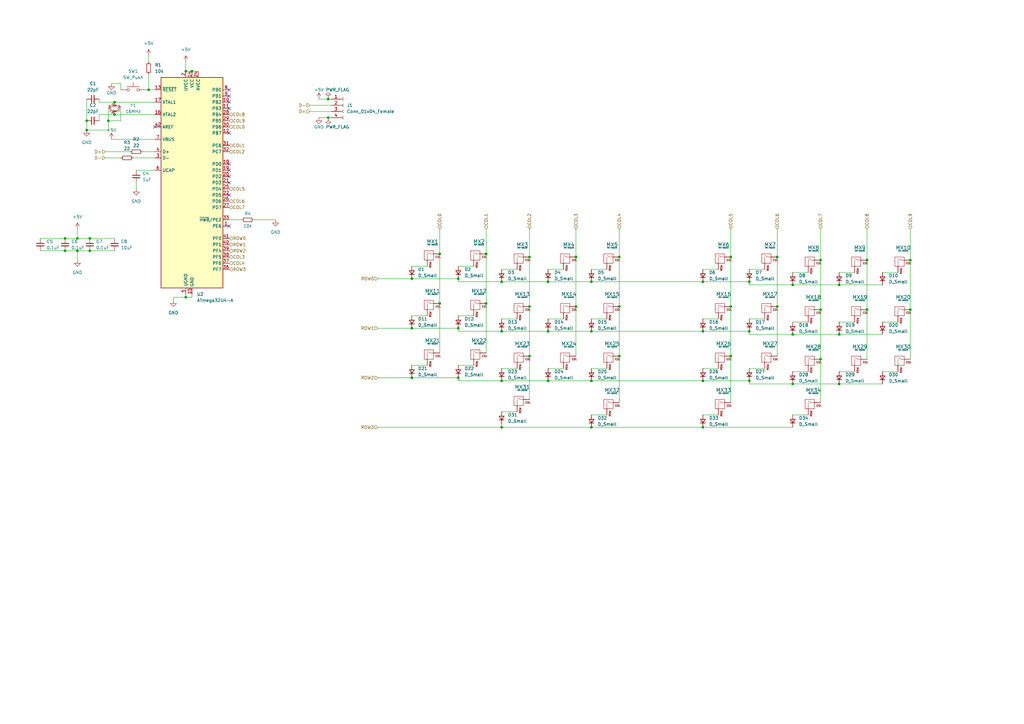
<source format=kicad_sch>
(kicad_sch (version 20211123) (generator eeschema)
  (paper "A3")
  (title_block (title "Pivot - Alpha Stagger") (company "MrKantz"))
  (lib_symbols
    (symbol "Connector:Conn_01x04_Female" (pin_names (offset 1.016) hide)
      (property "Reference" "J" (at 0 5.08 0))
      (property "Value" "Conn_01x04_Female" (at 0 -7.62 0))
      (symbol "Conn_01x04_Female_1_1"
        (arc (start 0 -4.572) (mid -0.508 -5.08) (end 0 -5.588) (stroke (width 0.1524)))
        (arc (start 0 -2.032) (mid -0.508 -2.54) (end 0 -3.048) (stroke (width 0.1524)))
        (polyline (pts (xy -1.27 -5.08) (xy -0.508 -5.08)) (stroke (width 0.1524)))
        (polyline (pts (xy -1.27 -2.54) (xy -0.508 -2.54)) (stroke (width 0.1524)))
        (polyline (pts (xy -1.27 0) (xy -0.508 0)) (stroke (width 0.1524)))
        (polyline (pts (xy -1.27 2.54) (xy -0.508 2.54)) (stroke (width 0.1524)))
        (arc (start 0 0.508) (mid -0.508 0) (end 0 -0.508) (stroke (width 0.1524)))
        (arc (start 0 3.048) (mid -0.508 2.54) (end 0 2.032) (stroke (width 0.1524)))
        (pin passive line (at -5.08 2.54 0) (length 3.81) (name "Pin_1") (number "1"))
        (pin passive line (at -5.08 0 0) (length 3.81) (name "Pin_2") (number "2"))
        (pin passive line (at -5.08 -2.54 0) (length 3.81) (name "Pin_3") (number "3"))
        (pin passive line (at -5.08 -5.08 0) (length 3.81) (name "Pin_4") (number "4"))
      )
    )
    (symbol "Device:C_Small" (pin_numbers hide) (pin_names (offset 0.254) hide)
      (property "Reference" "C" (at 0.254 1.778 0))
      (property "Value" "C_Small" (at 0.254 -2.032 0))
      (symbol "C_Small_0_1"
        (polyline (pts (xy -1.524 -0.508) (xy 1.524 -0.508)) (stroke (width 0.3302)))
        (polyline (pts (xy -1.524 0.508) (xy 1.524 0.508)) (stroke (width 0.3048)))
      )
      (symbol "C_Small_1_1"
        (pin passive line (at 0 2.54 270) (length 2.032) (name "~") (number "1"))
        (pin passive line (at 0 -2.54 90) (length 2.032) (name "~") (number "2"))
      )
    )
    (symbol "Device:Crystal_GND24_Small" (pin_names (offset 1.016) hide)
      (property "Reference" "Y" (at 1.27 4.445 0))
      (property "Value" "Crystal_GND24_Small" (at 1.27 2.54 0))
      (symbol "Crystal_GND24_Small_0_1"
        (rectangle (start -0.762 -1.524) (end 0.762 1.524))
        (polyline (pts (xy -1.27 -0.762) (xy -1.27 0.762)) (stroke (width 0.381)))
        (polyline (pts (xy 1.27 -0.762) (xy 1.27 0.762)) (stroke (width 0.381)))
        (polyline (pts (xy -1.27 -1.27) (xy -1.27 -1.905) (xy 1.27 -1.905) (xy 1.27 -1.27)))
        (polyline (pts (xy -1.27 1.27) (xy -1.27 1.905) (xy 1.27 1.905) (xy 1.27 1.27)))
      )
      (symbol "Crystal_GND24_Small_1_1"
        (pin passive line (at -2.54 0 0) (length 1.27) (name "1") (number "1"))
        (pin passive line (at 0 -2.54 90) (length 0.635) (name "2") (number "2"))
        (pin passive line (at 2.54 0 180) (length 1.27) (name "3") (number "3"))
        (pin passive line (at 0 2.54 270) (length 0.635) (name "4") (number "4"))
      )
    )
    (symbol "Device:D_Small" (pin_numbers hide) (pin_names (offset 0.254) hide)
      (property "Reference" "D" (at -1.27 2.032 0))
      (property "Value" "D_Small" (at -3.81 -2.032 0))
      (symbol "D_Small_0_1"
        (polyline (pts (xy -0.762 -1.016) (xy -0.762 1.016)) (stroke (width 0.254)))
        (polyline (pts (xy -0.762 0) (xy 0.762 0)))
        (polyline (pts (xy 0.762 -1.016) (xy -0.762 0) (xy 0.762 1.016) (xy 0.762 -1.016)) (stroke (width 0.254)))
      )
      (symbol "D_Small_1_1"
        (pin passive line (at -2.54 0 0) (length 1.778) (name "K") (number "1"))
        (pin passive line (at 2.54 0 180) (length 1.778) (name "A") (number "2"))
      )
    )
    (symbol "Device:R_Small" (pin_numbers hide) (pin_names (offset 0.254) hide)
      (property "Reference" "R" (at 0.762 0.508 0))
      (property "Value" "R_Small" (at 0.762 -1.016 0))
      (symbol "R_Small_0_1"
        (rectangle (start -0.762 1.778) (end 0.762 -1.778) (stroke (width 0.2032)))
      )
      (symbol "R_Small_1_1"
        (pin passive line (at 0 2.54 270) (length 0.762) (name "~") (number "1"))
        (pin passive line (at 0 -2.54 90) (length 0.762) (name "~") (number "2"))
      )
    )
    (symbol "MCU_Microchip_ATmega:ATmega32U4-A"
      (property "Reference" "U" (at -12.7 44.45 0))
      (property "Value" "ATmega32U4-A" (at 2.54 -44.45 0))
      (symbol "ATmega32U4-A_0_1"
        (rectangle (start -12.7 -43.18) (end 12.7 43.18) (stroke (width 0.254)) (fill (type background)))
      )
      (symbol "ATmega32U4-A_1_1"
        (pin bidirectional line (at 15.24 -17.78 180) (length 2.54) (name "PE6") (number "1"))
        (pin bidirectional line (at 15.24 33.02 180) (length 2.54) (name "PB2") (number "10"))
        (pin bidirectional line (at 15.24 30.48 180) (length 2.54) (name "PB3") (number "11"))
        (pin bidirectional line (at 15.24 20.32 180) (length 2.54) (name "PB7") (number "12"))
        (pin input line (at -15.24 38.1 0) (length 2.54) (name "~{RESET}") (number "13"))
        (pin power_in line (at 0 45.72 270) (length 2.54) (name "VCC") (number "14"))
        (pin power_in line (at 0 -45.72 90) (length 2.54) (name "GND") (number "15"))
        (pin output line (at -15.24 27.94 0) (length 2.54) (name "XTAL2") (number "16"))
        (pin input line (at -15.24 33.02 0) (length 2.54) (name "XTAL1") (number "17"))
        (pin bidirectional line (at 15.24 7.62 180) (length 2.54) (name "PD0") (number "18"))
        (pin bidirectional line (at 15.24 5.08 180) (length 2.54) (name "PD1") (number "19"))
        (pin power_in line (at -2.54 45.72 270) (length 2.54) (name "UVCC") (number "2"))
        (pin bidirectional line (at 15.24 2.54 180) (length 2.54) (name "PD2") (number "20"))
        (pin bidirectional line (at 15.24 0 180) (length 2.54) (name "PD3") (number "21"))
        (pin bidirectional line (at 15.24 -5.08 180) (length 2.54) (name "PD5") (number "22"))
        (pin passive line (at 0 -45.72 90) (length 2.54) hide (name "GND") (number "23"))
        (pin power_in line (at 2.54 45.72 270) (length 2.54) (name "AVCC") (number "24"))
        (pin bidirectional line (at 15.24 -2.54 180) (length 2.54) (name "PD4") (number "25"))
        (pin bidirectional line (at 15.24 -7.62 180) (length 2.54) (name "PD6") (number "26"))
        (pin bidirectional line (at 15.24 -10.16 180) (length 2.54) (name "PD7") (number "27"))
        (pin bidirectional line (at 15.24 27.94 180) (length 2.54) (name "PB4") (number "28"))
        (pin bidirectional line (at 15.24 25.4 180) (length 2.54) (name "PB5") (number "29"))
        (pin bidirectional line (at -15.24 10.16 0) (length 2.54) (name "D-") (number "3"))
        (pin bidirectional line (at 15.24 22.86 180) (length 2.54) (name "PB6") (number "30"))
        (pin bidirectional line (at 15.24 15.24 180) (length 2.54) (name "PC6") (number "31"))
        (pin bidirectional line (at 15.24 12.7 180) (length 2.54) (name "PC7") (number "32"))
        (pin bidirectional line (at 15.24 -15.24 180) (length 2.54) (name "~{HWB}/PE2") (number "33"))
        (pin passive line (at 0 45.72 270) (length 2.54) hide (name "VCC") (number "34"))
        (pin passive line (at 0 -45.72 90) (length 2.54) hide (name "GND") (number "35"))
        (pin bidirectional line (at 15.24 -35.56 180) (length 2.54) (name "PF7") (number "36"))
        (pin bidirectional line (at 15.24 -33.02 180) (length 2.54) (name "PF6") (number "37"))
        (pin bidirectional line (at 15.24 -30.48 180) (length 2.54) (name "PF5") (number "38"))
        (pin bidirectional line (at 15.24 -27.94 180) (length 2.54) (name "PF4") (number "39"))
        (pin bidirectional line (at -15.24 12.7 0) (length 2.54) (name "D+") (number "4"))
        (pin bidirectional line (at 15.24 -25.4 180) (length 2.54) (name "PF1") (number "40"))
        (pin bidirectional line (at 15.24 -22.86 180) (length 2.54) (name "PF0") (number "41"))
        (pin passive line (at -15.24 22.86 0) (length 2.54) (name "AREF") (number "42"))
        (pin passive line (at 0 -45.72 90) (length 2.54) hide (name "GND") (number "43"))
        (pin passive line (at 2.54 45.72 270) (length 2.54) hide (name "AVCC") (number "44"))
        (pin passive line (at -2.54 -45.72 90) (length 2.54) (name "UGND") (number "5"))
        (pin passive line (at -15.24 5.08 0) (length 2.54) (name "UCAP") (number "6"))
        (pin input line (at -15.24 17.78 0) (length 2.54) (name "VBUS") (number "7"))
        (pin bidirectional line (at 15.24 38.1 180) (length 2.54) (name "PB0") (number "8"))
        (pin bidirectional line (at 15.24 35.56 180) (length 2.54) (name "PB1") (number "9"))
      )
    )
    (symbol "MX_Alps_Hybrid:MX-NoLED" (pin_names (offset 1.016))
      (property "Reference" "MX" (at -0.635 3.81 0))
      (property "Value" "MX-NoLED" (at -0.635 1.27 0))
      (symbol "MX-NoLED_0_0"
        (rectangle (start -2.54 2.54) (end 1.27 -1.27))
        (polyline (pts (xy -1.27 -1.27) (xy -1.27 1.27)) (stroke (width 0.127)))
        (polyline (pts (xy 1.27 1.27) (xy 0 1.27) (xy -1.27 1.905)) (stroke (width 0.127)))
        (text "COL" (at 3.175 0 0) (effects (font (size 0.762 0.762))))
        (text "ROW" (at 0 -1.905 900) (effects (font (size 0.762 0.762)) (justify right)))
      )
      (symbol "MX-NoLED_1_1"
        (pin passive line (at 3.81 1.27 180) (length 2.54) (name "COL") (number "1"))
        (pin passive line (at -1.27 -3.81 90) (length 2.54) (name "ROW") (number "2"))
      )
    )
    (symbol "Switch:SW_Push" (pin_numbers hide) (pin_names (offset 1.016) hide)
      (property "Reference" "SW" (at 1.27 2.54 0))
      (property "Value" "SW_Push" (at 0 -1.524 0))
      (symbol "SW_Push_0_1"
        (circle (center -2.032 0) (radius 0.508))
        (polyline (pts (xy 0 1.27) (xy 0 3.048)))
        (polyline (pts (xy 2.54 1.27) (xy -2.54 1.27)))
        (circle (center 2.032 0) (radius 0.508))
        (pin passive line (at -5.08 0 0) (length 2.54) (name "1") (number "1"))
        (pin passive line (at 5.08 0 180) (length 2.54) (name "2") (number "2"))
      )
    )
    (symbol "power:+5V" (power) (pin_names (offset 0))
      (property "Value" "+5V" (at 0 3.556 0))
      (symbol "+5V_0_1"
        (polyline (pts (xy -0.762 1.27) (xy 0 2.54)))
        (polyline (pts (xy 0 0) (xy 0 2.54)))
        (polyline (pts (xy 0 2.54) (xy 0.762 1.27)))
      )
      (symbol "+5V_1_1"
        (pin power_in line (at 0 0 90) (length 0) hide (name "+5V") (number "1"))
      )
    )
    (symbol "power:GND" (power) (pin_names (offset 0))
      (property "Value" "GND" (at 0 -3.81 0))
      (symbol "GND_0_1"
        (polyline (pts (xy 0 0) (xy 0 -1.27) (xy 1.27 -1.27) (xy 0 -2.54) (xy -1.27 -1.27) (xy 0 -1.27)))
      )
      (symbol "GND_1_1"
        (pin power_in line (at 0 0 270) (length 0) hide (name "GND") (number "1"))
      )
    )
    (symbol "power:PWR_FLAG" (power) (pin_numbers hide) (pin_names (offset 0) hide)
      (property "Value" "PWR_FLAG" (at 0 3.81 0))
      (symbol "PWR_FLAG_0_0"
        (pin power_out line (at 0 0 90) (length 0) (name "pwr") (number "1"))
      )
      (symbol "PWR_FLAG_0_1"
        (polyline (pts (xy 0 0) (xy 0 1.27) (xy -1.016 1.905) (xy 0 2.54) (xy 1.016 1.905) (xy 0 1.27)))
      )
    )
  )
  (junction (at 299.72 105.41))
  (junction (at 168.91 134.62))
  (junction (at 242.57 175.26))
  (junction (at 46.99 46.99))
  (junction (at 199.39 124.46))
  (junction (at 217.17 105.41))
  (junction (at 36.83 97.79))
  (junction (at 199.39 104.14))
  (junction (at 168.91 114.3))
  (junction (at 307.34 135.89))
  (junction (at 217.17 146.05))
  (junction (at 307.34 156.21))
  (junction (at 288.29 175.26))
  (junction (at 336.55 127))
  (junction (at 299.72 125.73))
  (junction (at 336.55 106.68))
  (junction (at 76.2 29.21))
  (junction (at 254 146.05))
  (junction (at 318.77 125.73))
  (junction (at 187.96 134.62))
  (junction (at 344.17 116.84))
  (junction (at 76.2 121.92))
  (junction (at 254 125.73))
  (junction (at 344.17 157.48))
  (junction (at 355.6 106.68))
  (junction (at 242.57 115.57))
  (junction (at 288.29 156.21))
  (junction (at 307.34 115.57))
  (junction (at 205.74 115.57))
  (junction (at 224.79 115.57))
  (junction (at 217.17 125.73))
  (junction (at 205.74 135.89))
  (junction (at 44.45 49.53))
  (junction (at 373.38 106.68))
  (junction (at 355.6 127))
  (junction (at 26.67 97.79))
  (junction (at 35.56 53.34))
  (junction (at 134.62 40.64))
  (junction (at 344.17 137.16))
  (junction (at 299.72 146.05))
  (junction (at 325.12 137.16))
  (junction (at 242.57 156.21))
  (junction (at 31.75 102.87))
  (junction (at 325.12 157.48))
  (junction (at 288.29 115.57))
  (junction (at 205.74 175.26))
  (junction (at 180.34 124.46))
  (junction (at 318.77 105.41))
  (junction (at 325.12 116.84))
  (junction (at 134.62 48.26))
  (junction (at 288.29 135.89))
  (junction (at 187.96 154.94))
  (junction (at 336.55 147.32))
  (junction (at 242.57 135.89))
  (junction (at 46.99 41.91))
  (junction (at 205.74 156.21))
  (junction (at 31.75 97.79))
  (junction (at 60.96 36.83))
  (junction (at 35.56 49.53))
  (junction (at 187.96 114.3))
  (junction (at 236.22 105.41))
  (junction (at 254 105.41))
  (junction (at 224.79 135.89))
  (junction (at 180.34 104.14))
  (junction (at 236.22 125.73))
  (junction (at 26.67 102.87))
  (junction (at 373.38 127))
  (junction (at 168.91 154.94))
  (junction (at 78.74 29.21))
  (junction (at 224.79 156.21))
  (junction (at 36.83 102.87))
  (no_connect (at 63.5 52.07))
  (no_connect (at 93.98 36.83))
  (no_connect (at 93.98 39.37))
  (no_connect (at 93.98 41.91))
  (no_connect (at 93.98 92.71))
  (no_connect (at 93.98 44.45))
  (no_connect (at 93.98 54.61))
  (no_connect (at 93.98 67.31))
  (no_connect (at 93.98 69.85))
  (no_connect (at 93.98 72.39))
  (no_connect (at 93.98 74.93))
  (no_connect (at 93.98 80.01))
  (wire (pts (xy 60.96 30.48) (xy 60.96 36.83)))
  (wire (pts (xy 71.12 121.92) (xy 76.2 121.92)))
  (wire (pts (xy 224.79 156.21) (xy 242.57 156.21)))
  (wire (pts (xy 205.74 135.89) (xy 224.79 135.89)))
  (wire (pts (xy 54.61 64.77) (xy 63.5 64.77)))
  (wire (pts (xy 45.72 57.15) (xy 63.5 57.15)))
  (wire (pts (xy 299.72 93.98) (xy 299.72 105.41)))
  (wire (pts (xy 288.29 170.18) (xy 294.64 170.18)))
  (wire (pts (xy 254 146.05) (xy 254 165.1)))
  (wire (pts (xy 134.62 40.64) (xy 135.89 40.64)))
  (wire (pts (xy 236.22 125.73) (xy 236.22 146.05)))
  (wire (pts (xy 43.18 64.77) (xy 49.53 64.77)))
  (wire (pts (xy 35.56 40.64) (xy 35.56 49.53)))
  (wire (pts (xy 49.53 49.53) (xy 44.45 49.53)))
  (wire (pts (xy 76.2 121.92) (xy 78.74 121.92)))
  (wire (pts (xy 16.51 102.87) (xy 26.67 102.87)))
  (wire (pts (xy 46.99 46.99) (xy 63.5 46.99)))
  (wire (pts (xy 31.75 102.87) (xy 31.75 106.68)))
  (wire (pts (xy 205.74 115.57) (xy 187.96 115.57)))
  (wire (pts (xy 154.94 175.26) (xy 205.74 175.26)))
  (wire (pts (xy 307.34 137.16) (xy 307.34 135.89)))
  (wire (pts (xy 59.69 36.83) (xy 60.96 36.83)))
  (wire (pts (xy 325.12 137.16) (xy 307.34 137.16)))
  (wire (pts (xy 254 105.41) (xy 254 125.73)))
  (wire (pts (xy 180.34 124.46) (xy 180.34 144.78)))
  (wire (pts (xy 168.91 149.86) (xy 175.26 149.86)))
  (wire (pts (xy 26.67 102.87) (xy 31.75 102.87)))
  (wire (pts (xy 205.74 135.89) (xy 187.96 135.89)))
  (wire (pts (xy 217.17 105.41) (xy 217.17 125.73)))
  (wire (pts (xy 299.72 105.41) (xy 299.72 125.73)))
  (wire (pts (xy 224.79 130.81) (xy 231.14 130.81)))
  (wire (pts (xy 325.12 152.4) (xy 331.47 152.4)))
  (wire (pts (xy 299.72 125.73) (xy 299.72 146.05)))
  (wire (pts (xy 49.53 34.29) (xy 45.72 34.29)))
  (wire (pts (xy 242.57 130.81) (xy 248.92 130.81)))
  (wire (pts (xy 205.74 168.91) (xy 212.09 168.91)))
  (wire (pts (xy 180.34 93.98) (xy 180.34 104.14)))
  (wire (pts (xy 76.2 120.65) (xy 76.2 121.92)))
  (wire (pts (xy 199.39 124.46) (xy 199.39 144.78)))
  (wire (pts (xy 361.95 152.4) (xy 368.3 152.4)))
  (wire (pts (xy 288.29 115.57) (xy 307.34 115.57)))
  (wire (pts (xy 60.96 22.86) (xy 60.96 25.4)))
  (wire (pts (xy 168.91 114.3) (xy 187.96 114.3)))
  (wire (pts (xy 16.51 97.79) (xy 26.67 97.79)))
  (wire (pts (xy 242.57 151.13) (xy 248.92 151.13)))
  (wire (pts (xy 224.79 135.89) (xy 242.57 135.89)))
  (wire (pts (xy 355.6 93.98) (xy 355.6 106.68)))
  (wire (pts (xy 46.99 41.91) (xy 63.5 41.91)))
  (wire (pts (xy 130.81 48.26) (xy 134.62 48.26)))
  (wire (pts (xy 205.74 151.13) (xy 212.09 151.13)))
  (wire (pts (xy 49.53 44.45) (xy 49.53 49.53)))
  (wire (pts (xy 199.39 93.98) (xy 199.39 104.14)))
  (wire (pts (xy 361.95 111.76) (xy 368.3 111.76)))
  (wire (pts (xy 168.91 154.94) (xy 187.96 154.94)))
  (wire (pts (xy 336.55 93.98) (xy 336.55 106.68)))
  (wire (pts (xy 318.77 105.41) (xy 318.77 125.73)))
  (wire (pts (xy 180.34 104.14) (xy 180.34 124.46)))
  (wire (pts (xy 373.38 93.98) (xy 373.38 106.68)))
  (wire (pts (xy 44.45 44.45) (xy 44.45 49.53)))
  (wire (pts (xy 299.72 146.05) (xy 299.72 165.1)))
  (wire (pts (xy 187.96 109.22) (xy 194.31 109.22)))
  (wire (pts (xy 373.38 106.68) (xy 373.38 127)))
  (wire (pts (xy 43.18 62.23) (xy 53.34 62.23)))
  (wire (pts (xy 168.91 129.54) (xy 175.26 129.54)))
  (wire (pts (xy 224.79 151.13) (xy 231.14 151.13)))
  (wire (pts (xy 58.42 62.23) (xy 63.5 62.23)))
  (wire (pts (xy 325.12 116.84) (xy 307.34 116.84)))
  (wire (pts (xy 307.34 151.13) (xy 313.69 151.13)))
  (wire (pts (xy 205.74 115.57) (xy 224.79 115.57)))
  (wire (pts (xy 325.12 157.48) (xy 344.17 157.48)))
  (wire (pts (xy 307.34 130.81) (xy 313.69 130.81)))
  (wire (pts (xy 224.79 110.49) (xy 231.14 110.49)))
  (wire (pts (xy 154.94 114.3) (xy 168.91 114.3)))
  (wire (pts (xy 318.77 93.98) (xy 318.77 105.41)))
  (wire (pts (xy 130.81 40.64) (xy 134.62 40.64)))
  (wire (pts (xy 199.39 104.14) (xy 199.39 124.46)))
  (wire (pts (xy 325.12 157.48) (xy 307.34 157.48)))
  (wire (pts (xy 49.53 36.83) (xy 49.53 34.29)))
  (wire (pts (xy 288.29 130.81) (xy 294.64 130.81)))
  (wire (pts (xy 55.88 74.93) (xy 55.88 77.47)))
  (wire (pts (xy 307.34 116.84) (xy 307.34 115.57)))
  (wire (pts (xy 307.34 157.48) (xy 307.34 156.21)))
  (wire (pts (xy 76.2 25.4) (xy 76.2 29.21)))
  (wire (pts (xy 187.96 156.21) (xy 187.96 154.94)))
  (wire (pts (xy 254 125.73) (xy 254 146.05)))
  (wire (pts (xy 217.17 93.98) (xy 217.17 105.41)))
  (wire (pts (xy 168.91 134.62) (xy 187.96 134.62)))
  (wire (pts (xy 36.83 102.87) (xy 46.99 102.87)))
  (wire (pts (xy 44.45 49.53) (xy 44.45 53.34)))
  (wire (pts (xy 236.22 105.41) (xy 236.22 125.73)))
  (wire (pts (xy 205.74 175.26) (xy 242.57 175.26)))
  (wire (pts (xy 44.45 53.34) (xy 35.56 53.34)))
  (wire (pts (xy 288.29 110.49) (xy 294.64 110.49)))
  (wire (pts (xy 187.96 135.89) (xy 187.96 134.62)))
  (wire (pts (xy 78.74 29.21) (xy 81.28 29.21)))
  (wire (pts (xy 46.99 41.91) (xy 40.64 41.91)))
  (wire (pts (xy 205.74 110.49) (xy 212.09 110.49)))
  (wire (pts (xy 187.96 149.86) (xy 194.31 149.86)))
  (wire (pts (xy 344.17 157.48) (xy 361.95 157.48)))
  (wire (pts (xy 242.57 170.18) (xy 248.92 170.18)))
  (wire (pts (xy 355.6 127) (xy 355.6 147.32)))
  (wire (pts (xy 31.75 102.87) (xy 36.83 102.87)))
  (wire (pts (xy 344.17 137.16) (xy 361.95 137.16)))
  (wire (pts (xy 36.83 97.79) (xy 46.99 97.79)))
  (wire (pts (xy 60.96 36.83) (xy 63.5 36.83)))
  (wire (pts (xy 325.12 170.18) (xy 331.47 170.18)))
  (wire (pts (xy 344.17 152.4) (xy 350.52 152.4)))
  (wire (pts (xy 40.64 41.91) (xy 40.64 40.64)))
  (wire (pts (xy 46.99 46.99) (xy 40.64 46.99)))
  (wire (pts (xy 242.57 175.26) (xy 288.29 175.26)))
  (wire (pts (xy 205.74 173.99) (xy 205.74 175.26)))
  (wire (pts (xy 325.12 111.76) (xy 331.47 111.76)))
  (wire (pts (xy 31.75 93.98) (xy 31.75 97.79)))
  (wire (pts (xy 288.29 135.89) (xy 307.34 135.89)))
  (wire (pts (xy 336.55 106.68) (xy 336.55 127)))
  (wire (pts (xy 254 93.98) (xy 254 105.41)))
  (wire (pts (xy 361.95 132.08) (xy 368.3 132.08)))
  (wire (pts (xy 78.74 120.65) (xy 78.74 121.92)))
  (wire (pts (xy 217.17 125.73) (xy 217.17 146.05)))
  (wire (pts (xy 373.38 127) (xy 373.38 147.32)))
  (wire (pts (xy 242.57 156.21) (xy 288.29 156.21)))
  (wire (pts (xy 205.74 156.21) (xy 224.79 156.21)))
  (wire (pts (xy 168.91 109.22) (xy 175.26 109.22)))
  (wire (pts (xy 236.22 93.98) (xy 236.22 105.41)))
  (wire (pts (xy 205.74 156.21) (xy 187.96 156.21)))
  (wire (pts (xy 187.96 129.54) (xy 194.31 129.54)))
  (wire (pts (xy 224.79 115.57) (xy 242.57 115.57)))
  (wire (pts (xy 134.62 48.26) (xy 135.89 48.26)))
  (wire (pts (xy 26.67 97.79) (xy 31.75 97.79)))
  (wire (pts (xy 344.17 116.84) (xy 361.95 116.84)))
  (wire (pts (xy 336.55 147.32) (xy 336.55 165.1)))
  (wire (pts (xy 242.57 110.49) (xy 248.92 110.49)))
  (wire (pts (xy 127 45.72) (xy 135.89 45.72)))
  (wire (pts (xy 217.17 146.05) (xy 217.17 163.83)))
  (wire (pts (xy 288.29 151.13) (xy 294.64 151.13)))
  (wire (pts (xy 288.29 156.21) (xy 307.34 156.21)))
  (wire (pts (xy 71.12 123.19) (xy 71.12 121.92)))
  (wire (pts (xy 288.29 175.26) (xy 325.12 175.26)))
  (wire (pts (xy 40.64 46.99) (xy 40.64 49.53)))
  (wire (pts (xy 325.12 137.16) (xy 344.17 137.16)))
  (wire (pts (xy 344.17 111.76) (xy 350.52 111.76)))
  (wire (pts (xy 55.88 69.85) (xy 63.5 69.85)))
  (wire (pts (xy 325.12 132.08) (xy 331.47 132.08)))
  (wire (pts (xy 76.2 29.21) (xy 78.74 29.21)))
  (wire (pts (xy 127 43.18) (xy 135.89 43.18)))
  (wire (pts (xy 325.12 116.84) (xy 344.17 116.84)))
  (wire (pts (xy 242.57 135.89) (xy 288.29 135.89)))
  (wire (pts (xy 205.74 130.81) (xy 212.09 130.81)))
  (wire (pts (xy 187.96 115.57) (xy 187.96 114.3)))
  (wire (pts (xy 344.17 132.08) (xy 350.52 132.08)))
  (wire (pts (xy 355.6 106.68) (xy 355.6 127)))
  (wire (pts (xy 307.34 110.49) (xy 313.69 110.49)))
  (wire (pts (xy 318.77 125.73) (xy 318.77 146.05)))
  (wire (pts (xy 336.55 127) (xy 336.55 147.32)))
  (wire (pts (xy 154.94 154.94) (xy 168.91 154.94)))
  (wire (pts (xy 93.98 90.17) (xy 99.06 90.17)))
  (wire (pts (xy 154.94 134.62) (xy 168.91 134.62)))
  (wire (pts (xy 31.75 97.79) (xy 36.83 97.79)))
  (wire (pts (xy 104.14 90.17) (xy 113.03 90.17)))
  (wire (pts (xy 242.57 115.57) (xy 288.29 115.57)))
  (wire (pts (xy 35.56 49.53) (xy 35.56 53.34)))
  (hierarchical_label "COL4" (shape input) (at 93.98 107.95 0))
  (hierarchical_label "ROW0" (shape input) (at 154.94 114.3 180))
  (hierarchical_label "COL0" (shape input) (at 93.98 52.07 0))
  (hierarchical_label "ROW2" (shape input) (at 93.98 102.87 0))
  (hierarchical_label "D+" (shape input) (at 127 45.72 180))
  (hierarchical_label "COL2" (shape input) (at 217.17 93.98 90))
  (hierarchical_label "COL9" (shape input) (at 93.98 49.53 0))
  (hierarchical_label "COL6" (shape input) (at 93.98 82.55 0))
  (hierarchical_label "D-" (shape input) (at 127 43.18 180))
  (hierarchical_label "COL1" (shape input) (at 199.39 93.98 90))
  (hierarchical_label "COL4" (shape input) (at 254 93.98 90))
  (hierarchical_label "D+" (shape input) (at 43.18 62.23 180))
  (hierarchical_label "ROW3" (shape input) (at 93.98 110.49 0))
  (hierarchical_label "ROW1" (shape input) (at 93.98 100.33 0))
  (hierarchical_label "ROW0" (shape input) (at 93.98 97.79 0))
  (hierarchical_label "COL5" (shape input) (at 299.72 93.98 90))
  (hierarchical_label "COL6" (shape input) (at 318.77 93.98 90))
  (hierarchical_label "COL3" (shape input) (at 236.22 93.98 90))
  (hierarchical_label "ROW2" (shape input) (at 154.94 154.94 180))
  (hierarchical_label "COL7" (shape input) (at 336.55 93.98 90))
  (hierarchical_label "ROW1" (shape input) (at 154.94 134.62 180))
  (hierarchical_label "D-" (shape input) (at 43.18 64.77 180))
  (hierarchical_label "ROW3" (shape input) (at 154.94 175.26 180))
  (hierarchical_label "COL5" (shape input) (at 93.98 77.47 0))
  (hierarchical_label "COL8" (shape input) (at 93.98 46.99 0))
  (hierarchical_label "COL9" (shape input) (at 373.38 93.98 90))
  (hierarchical_label "COL0" (shape input) (at 180.34 93.98 90))
  (hierarchical_label "COL3" (shape input) (at 93.98 105.41 0))
  (hierarchical_label "COL1" (shape input) (at 93.98 59.69 0))
  (hierarchical_label "COL8" (shape input) (at 355.6 93.98 90))
  (hierarchical_label "COL7" (shape input) (at 93.98 85.09 0))
  (hierarchical_label "COL2" (shape input) (at 93.98 62.23 0))
  (symbol (lib_id "MX_Alps_Hybrid:MX-NoLED") (at 176.53 125.73 0) (unit 1)
    (property "Reference" "MX11" (at 177.4156 119.38 0) (effects (font (size 1.524 1.524))))
    (property "Value" "MX-NoLED" (at 177.4156 120.65 0) (effects (font (size 0.508 0.508))))
    (property "Footprint" "MX_Only:MXOnly-1U-NoLED" (effects hide))
  )
  (symbol (lib_id "MX_Alps_Hybrid:MX-NoLED") (at 213.36 127 0) (unit 1)
    (property "Reference" "MX13" (at 214.2456 120.65 0) (effects (font (size 1.524 1.524))))
    (property "Value" "MX-NoLED" (at 214.2456 121.92 0) (effects (font (size 0.508 0.508))))
    (property "Footprint" "MX_Only:MXOnly-1U-NoLED" (effects hide))
  )
  (symbol (lib_id "Device:D_Small") (at 325.12 134.62 90) (unit 1)
    (property "Reference" "D18" (at 327.66 133.3499 90) (effects (justify right)))
    (property "Value" "D_Small" (at 327.66 135.8899 90) (effects (justify right)))
    (property "Footprint" "Diode_SMD:D_SOD-123" (effects hide))
  )
  (symbol (lib_id "MX_Alps_Hybrid:MX-NoLED") (at 195.58 105.41 0) (unit 1)
    (property "Reference" "MX2" (at 196.4656 99.06 0) (effects (font (size 1.524 1.524))))
    (property "Value" "MX-NoLED" (at 196.4656 100.33 0) (effects (font (size 0.508 0.508))))
    (property "Footprint" "MX_Only:MXOnly-1U-NoLED" (effects hide))
  )
  (symbol (lib_id "Device:D_Small") (at 224.79 133.35 90) (unit 1)
    (property "Reference" "D14" (at 227.33 132.0799 90) (effects (justify right)))
    (property "Value" "D_Small" (at 227.33 134.6199 90) (effects (justify right)))
    (property "Footprint" "Diode_SMD:D_SOD-123" (effects hide))
  )
  (symbol (lib_id "MX_Alps_Hybrid:MX-NoLED") (at 295.91 106.68 0) (unit 1)
    (property "Reference" "MX6" (at 296.7956 100.33 0) (effects (font (size 1.524 1.524))))
    (property "Value" "MX-NoLED" (at 296.7956 101.6 0) (effects (font (size 0.508 0.508))))
    (property "Footprint" "MX_Only:MXOnly-1U-NoLED" (effects hide))
  )
  (symbol (lib_id "MX_Alps_Hybrid:MX-NoLED") (at 295.91 147.32 0) (unit 1)
    (property "Reference" "MX26" (at 296.7956 140.97 0) (effects (font (size 1.524 1.524))))
    (property "Value" "MX-NoLED" (at 296.7956 142.24 0) (effects (font (size 0.508 0.508))))
    (property "Footprint" "MX_Only:MXOnly-1U-NoLED" (effects hide))
  )
  (symbol (lib_id "MX_Alps_Hybrid:MX-NoLED") (at 351.79 148.59 0) (unit 1)
    (property "Reference" "MX29" (at 352.6756 142.24 0) (effects (font (size 1.524 1.524))))
    (property "Value" "MX-NoLED" (at 352.6756 143.51 0) (effects (font (size 0.508 0.508))))
    (property "Footprint" "MX_Only:MXOnly-1U-NoLED" (effects hide))
  )
  (symbol (lib_id "MX_Alps_Hybrid:MX-NoLED") (at 369.57 128.27 0) (unit 1)
    (property "Reference" "MX20" (at 370.4556 121.92 0) (effects (font (size 1.524 1.524))))
    (property "Value" "MX-NoLED" (at 370.4556 123.19 0) (effects (font (size 0.508 0.508))))
    (property "Footprint" "MX_Only:MXOnly-1U-NoLED" (effects hide))
  )
  (symbol (lib_id "power:PWR_FLAG") (at 134.62 48.26 180) (unit 1)
    (property "Reference" "#FLG0102" (effects hide))
    (property "Value" "PWR_FLAG" (at 138.43 52.07 0))
  )
  (symbol (lib_id "Device:D_Small") (at 187.96 152.4 90) (unit 1)
    (property "Reference" "D22" (at 190.5 151.1299 90) (effects (justify right)))
    (property "Value" "D_Small" (at 190.5 153.6699 90) (effects (justify right)))
    (property "Footprint" "Diode_SMD:D_SOD-123" (effects hide))
  )
  (symbol (lib_id "Device:D_Small") (at 168.91 152.4 90) (unit 1)
    (property "Reference" "D21" (at 171.45 151.1299 90) (effects (justify right)))
    (property "Value" "D_Small" (at 171.45 153.6699 90) (effects (justify right)))
    (property "Footprint" "Diode_SMD:D_SOD-123" (effects hide))
  )
  (symbol (lib_id "MX_Alps_Hybrid:MX-NoLED") (at 332.74 166.37 0) (unit 1)
    (property "Reference" "MX34" (at 333.6256 160.02 0) (effects (font (size 1.524 1.524))))
    (property "Value" "MX-NoLED" (at 333.6256 161.29 0) (effects (font (size 0.508 0.508))))
    (property "Footprint" "MX_Only:MXOnly-1U-NoLED" (effects hide))
  )
  (symbol (lib_id "power:+5V") (at 31.75 93.98 0) (unit 1)
    (property "Reference" "#PWR0106" (effects hide))
    (property "Value" "+5V" (at 31.75 88.9 0))
  )
  (symbol (lib_id "Device:D_Small") (at 242.57 153.67 90) (unit 1)
    (property "Reference" "D25" (at 245.11 152.3999 90) (effects (justify right)))
    (property "Value" "D_Small" (at 245.11 154.9399 90) (effects (justify right)))
    (property "Footprint" "Diode_SMD:D_SOD-123" (effects hide))
  )
  (symbol (lib_id "Device:C_Small") (at 55.88 72.39 0) (unit 1)
    (property "Reference" "C4" (at 58.42 71.1262 0) (effects (justify left)))
    (property "Value" "1uF" (at 58.42 73.6662 0) (effects (justify left)))
    (property "Footprint" "Capacitor_SMD:C_0805_2012Metric" (effects hide))
  )
  (symbol (lib_id "Device:D_Small") (at 288.29 113.03 90) (unit 1)
    (property "Reference" "D6" (at 290.83 111.7599 90) (effects (justify right)))
    (property "Value" "D_Small" (at 290.83 114.2999 90) (effects (justify right)))
    (property "Footprint" "Diode_SMD:D_SOD-123" (effects hide))
  )
  (symbol (lib_id "MX_Alps_Hybrid:MX-NoLED") (at 250.19 147.32 0) (unit 1)
    (property "Reference" "MX25" (at 251.0756 140.97 0) (effects (font (size 1.524 1.524))))
    (property "Value" "MX-NoLED" (at 251.0756 142.24 0) (effects (font (size 0.508 0.508))))
    (property "Footprint" "MX_Only:MXOnly-1U-NoLED" (effects hide))
  )
  (symbol (lib_id "Device:D_Small") (at 224.79 113.03 90) (unit 1)
    (property "Reference" "D4" (at 227.33 111.7599 90) (effects (justify right)))
    (property "Value" "D_Small" (at 227.33 114.2999 90) (effects (justify right)))
    (property "Footprint" "Diode_SMD:D_SOD-123" (effects hide))
  )
  (symbol (lib_id "MX_Alps_Hybrid:MX-NoLED") (at 176.53 146.05 0) (unit 1)
    (property "Reference" "MX21" (at 177.4156 139.7 0) (effects (font (size 1.524 1.524))))
    (property "Value" "MX-NoLED" (at 177.4156 140.97 0) (effects (font (size 0.508 0.508))))
    (property "Footprint" "MX_Only:MXOnly-1U-NoLED" (effects hide))
  )
  (symbol (lib_id "Device:D_Small") (at 361.95 114.3 90) (unit 1)
    (property "Reference" "D10" (at 364.49 113.0299 90) (effects (justify right)))
    (property "Value" "D_Small" (at 364.49 115.5699 90) (effects (justify right)))
    (property "Footprint" "Diode_SMD:D_SOD-123" (effects hide))
  )
  (symbol (lib_id "MX_Alps_Hybrid:MX-NoLED") (at 232.41 127 0) (unit 1)
    (property "Reference" "MX14" (at 233.2956 120.65 0) (effects (font (size 1.524 1.524))))
    (property "Value" "MX-NoLED" (at 233.2956 121.92 0) (effects (font (size 0.508 0.508))))
    (property "Footprint" "MX_Only:MXOnly-1U-NoLED" (effects hide))
  )
  (symbol (lib_id "MX_Alps_Hybrid:MX-NoLED") (at 213.36 165.1 0) (unit 1)
    (property "Reference" "MX31" (at 214.2456 158.75 0) (effects (font (size 1.524 1.524))))
    (property "Value" "MX-NoLED" (at 214.2456 160.02 0) (effects (font (size 0.508 0.508))))
    (property "Footprint" "MX_Only:MXOnly-1U-NoLED" (effects hide))
  )
  (symbol (lib_id "Device:D_Small") (at 224.79 153.67 90) (unit 1)
    (property "Reference" "D24" (at 227.33 152.3999 90) (effects (justify right)))
    (property "Value" "D_Small" (at 227.33 154.9399 90) (effects (justify right)))
    (property "Footprint" "Diode_SMD:D_SOD-123" (effects hide))
  )
  (symbol (lib_id "Device:D_Small") (at 242.57 172.72 90) (unit 1)
    (property "Reference" "D32" (at 245.11 171.4499 90) (effects (justify right)))
    (property "Value" "D_Small" (at 245.11 173.9899 90) (effects (justify right)))
    (property "Footprint" "Diode_SMD:D_SOD-123" (effects hide))
  )
  (symbol (lib_id "MX_Alps_Hybrid:MX-NoLED") (at 351.79 107.95 0) (unit 1)
    (property "Reference" "MX9" (at 352.6756 101.6 0) (effects (font (size 1.524 1.524))))
    (property "Value" "MX-NoLED" (at 352.6756 102.87 0) (effects (font (size 0.508 0.508))))
    (property "Footprint" "MX_Only:MXOnly-1U-NoLED" (effects hide))
  )
  (symbol (lib_id "Device:D_Small") (at 307.34 153.67 90) (unit 1)
    (property "Reference" "D27" (at 309.88 152.3999 90) (effects (justify right)))
    (property "Value" "D_Small" (at 309.88 154.9399 90) (effects (justify right)))
    (property "Footprint" "Diode_SMD:D_SOD-123" (effects hide))
  )
  (symbol (lib_id "Device:R_Small") (at 52.07 64.77 90) (unit 1)
    (property "Reference" "R3" (at 52.07 58.42 90))
    (property "Value" "22" (at 52.07 60.96 90))
    (property "Footprint" "Resistor_SMD:R_0805_2012Metric" (effects hide))
  )
  (symbol (lib_id "Device:D_Small") (at 242.57 133.35 90) (unit 1)
    (property "Reference" "D15" (at 245.11 132.0799 90) (effects (justify right)))
    (property "Value" "D_Small" (at 245.11 134.6199 90) (effects (justify right)))
    (property "Footprint" "Diode_SMD:D_SOD-123" (effects hide))
  )
  (symbol (lib_id "MX_Alps_Hybrid:MX-NoLED") (at 332.74 128.27 0) (unit 1)
    (property "Reference" "MX18" (at 333.6256 121.92 0) (effects (font (size 1.524 1.524))))
    (property "Value" "MX-NoLED" (at 333.6256 123.19 0) (effects (font (size 0.508 0.508))))
    (property "Footprint" "MX_Only:MXOnly-1U-NoLED" (effects hide))
  )
  (symbol (lib_id "Device:C_Small") (at 46.99 100.33 0) (unit 1)
    (property "Reference" "C8" (at 49.53 99.0662 0) (effects (justify left)))
    (property "Value" "10uF" (at 49.53 101.6062 0) (effects (justify left)))
    (property "Footprint" "Capacitor_SMD:C_0805_2012Metric" (effects hide))
  )
  (symbol (lib_id "MCU_Microchip_ATmega:ATmega32U4-A") (at 78.74 74.93 0) (unit 1)
    (property "Reference" "U2" (at 80.7594 120.65 0) (effects (justify left)))
    (property "Value" "ATmega32U4-A" (at 80.7594 123.19 0) (effects (justify left)))
    (property "Footprint" "Package_QFP:TQFP-44_10x10mm_P0.8mm" (effects hide))
    (property "Datasheet" "http://ww1.microchip.com/downloads/en/DeviceDoc/Atmel-7766-8-bit-AVR-ATmega16U4-32U4_Datasheet.pdf" (effects hide))
  )
  (symbol (lib_id "MX_Alps_Hybrid:MX-NoLED") (at 332.74 148.59 0) (unit 1)
    (property "Reference" "MX28" (at 333.6256 142.24 0) (effects (font (size 1.524 1.524))))
    (property "Value" "MX-NoLED" (at 333.6256 143.51 0) (effects (font (size 0.508 0.508))))
    (property "Footprint" "MX_Only:MXOnly-1U-NoLED" (effects hide))
  )
  (symbol (lib_id "MX_Alps_Hybrid:MX-NoLED") (at 314.96 106.68 0) (unit 1)
    (property "Reference" "MX7" (at 315.8456 100.33 0) (effects (font (size 1.524 1.524))))
    (property "Value" "MX-NoLED" (at 315.8456 101.6 0) (effects (font (size 0.508 0.508))))
    (property "Footprint" "MX_Only:MXOnly-1U-NoLED" (effects hide))
  )
  (symbol (lib_id "power:+5V") (at 60.96 22.86 0) (unit 1)
    (property "Reference" "#PWR0107" (effects hide))
    (property "Value" "+5V" (at 60.96 17.78 0))
  )
  (symbol (lib_id "power:+5V") (at 76.2 25.4 0) (unit 1)
    (property "Reference" "#PWR0110" (effects hide))
    (property "Value" "+5V" (at 76.2 20.32 0))
  )
  (symbol (lib_id "Device:D_Small") (at 288.29 172.72 90) (unit 1)
    (property "Reference" "D33" (at 290.83 171.4499 90) (effects (justify right)))
    (property "Value" "D_Small" (at 290.83 173.9899 90) (effects (justify right)))
    (property "Footprint" "Diode_SMD:D_SOD-123" (effects hide))
  )
  (symbol (lib_id "Device:D_Small") (at 344.17 154.94 90) (unit 1)
    (property "Reference" "D29" (at 346.71 153.6699 90) (effects (justify right)))
    (property "Value" "D_Small" (at 346.71 156.2099 90) (effects (justify right)))
    (property "Footprint" "Diode_SMD:D_SOD-123" (effects hide))
  )
  (symbol (lib_id "MX_Alps_Hybrid:MX-NoLED") (at 250.19 127 0) (unit 1)
    (property "Reference" "MX15" (at 251.0756 120.65 0) (effects (font (size 1.524 1.524))))
    (property "Value" "MX-NoLED" (at 251.0756 121.92 0) (effects (font (size 0.508 0.508))))
    (property "Footprint" "MX_Only:MXOnly-1U-NoLED" (effects hide))
  )
  (symbol (lib_id "MX_Alps_Hybrid:MX-NoLED") (at 250.19 166.37 0) (unit 1)
    (property "Reference" "MX32" (at 251.0756 160.02 0) (effects (font (size 1.524 1.524))))
    (property "Value" "MX-NoLED" (at 251.0756 161.29 0) (effects (font (size 0.508 0.508))))
    (property "Footprint" "MX_Only:MXOnly-1U-NoLED" (effects hide))
  )
  (symbol (lib_id "MX_Alps_Hybrid:MX-NoLED") (at 195.58 125.73 0) (unit 1)
    (property "Reference" "MX12" (at 196.4656 119.38 0) (effects (font (size 1.524 1.524))))
    (property "Value" "MX-NoLED" (at 196.4656 120.65 0) (effects (font (size 0.508 0.508))))
    (property "Footprint" "MX_Only:MXOnly-1U-NoLED" (effects hide))
  )
  (symbol (lib_id "Device:D_Small") (at 344.17 114.3 90) (unit 1)
    (property "Reference" "D9" (at 346.71 113.0299 90) (effects (justify right)))
    (property "Value" "D_Small" (at 346.71 115.5699 90) (effects (justify right)))
    (property "Footprint" "Diode_SMD:D_SOD-123" (effects hide))
  )
  (symbol (lib_id "Device:D_Small") (at 288.29 153.67 90) (unit 1)
    (property "Reference" "D26" (at 290.83 152.3999 90) (effects (justify right)))
    (property "Value" "D_Small" (at 290.83 154.9399 90) (effects (justify right)))
    (property "Footprint" "Diode_SMD:D_SOD-123" (effects hide))
  )
  (symbol (lib_id "Device:R_Small") (at 55.88 62.23 90) (unit 1)
    (property "Reference" "R2" (at 55.88 57.15 90))
    (property "Value" "22" (at 55.88 59.69 90))
    (property "Footprint" "Resistor_SMD:R_0805_2012Metric" (effects hide))
  )
  (symbol (lib_id "MX_Alps_Hybrid:MX-NoLED") (at 213.36 147.32 0) (unit 1)
    (property "Reference" "MX23" (at 214.2456 140.97 0) (effects (font (size 1.524 1.524))))
    (property "Value" "MX-NoLED" (at 214.2456 142.24 0) (effects (font (size 0.508 0.508))))
    (property "Footprint" "MX_Only:MXOnly-1U-NoLED" (effects hide))
  )
  (symbol (lib_id "Device:D_Small") (at 205.74 153.67 90) (unit 1)
    (property "Reference" "D23" (at 208.28 152.3999 90) (effects (justify right)))
    (property "Value" "D_Small" (at 208.28 154.9399 90) (effects (justify right)))
    (property "Footprint" "Diode_SMD:D_SOD-123" (effects hide))
  )
  (symbol (lib_id "MX_Alps_Hybrid:MX-NoLED") (at 295.91 127 0) (unit 1)
    (property "Reference" "MX16" (at 296.7956 120.65 0) (effects (font (size 1.524 1.524))))
    (property "Value" "MX-NoLED" (at 296.7956 121.92 0) (effects (font (size 0.508 0.508))))
    (property "Footprint" "MX_Only:MXOnly-1U-NoLED" (effects hide))
  )
  (symbol (lib_id "Device:D_Small") (at 205.74 133.35 90) (unit 1)
    (property "Reference" "D13" (at 208.28 132.0799 90) (effects (justify right)))
    (property "Value" "D_Small" (at 208.28 134.6199 90) (effects (justify right)))
    (property "Footprint" "Diode_SMD:D_SOD-123" (effects hide))
  )
  (symbol (lib_id "MX_Alps_Hybrid:MX-NoLED") (at 295.91 166.37 0) (unit 1)
    (property "Reference" "MX33" (at 296.7956 160.02 0) (effects (font (size 1.524 1.524))))
    (property "Value" "MX-NoLED" (at 296.7956 161.29 0) (effects (font (size 0.508 0.508))))
    (property "Footprint" "MX_Only:MXOnly-1U-NoLED" (effects hide))
  )
  (symbol (lib_id "MX_Alps_Hybrid:MX-NoLED") (at 351.79 128.27 0) (unit 1)
    (property "Reference" "MX19" (at 352.6756 121.92 0) (effects (font (size 1.524 1.524))))
    (property "Value" "MX-NoLED" (at 352.6756 123.19 0) (effects (font (size 0.508 0.508))))
    (property "Footprint" "MX_Only:MXOnly-1U-NoLED" (effects hide))
  )
  (symbol (lib_id "power:GND") (at 55.88 77.47 0) (unit 1)
    (property "Reference" "#PWR0105" (effects hide))
    (property "Value" "GND" (at 55.88 82.55 0))
  )
  (symbol (lib_id "power:GND") (at 45.72 34.29 0) (unit 1)
    (property "Reference" "#PWR0109" (effects hide))
    (property "Value" "GND" (at 45.72 38.1 0))
  )
  (symbol (lib_id "Device:D_Small") (at 307.34 133.35 90) (unit 1)
    (property "Reference" "D17" (at 309.88 132.0799 90) (effects (justify right)))
    (property "Value" "D_Small" (at 309.88 134.6199 90) (effects (justify right)))
    (property "Footprint" "Diode_SMD:D_SOD-123" (effects hide))
  )
  (symbol (lib_id "power:GND") (at 113.03 90.17 0) (unit 1)
    (property "Reference" "#PWR0101" (effects hide))
    (property "Value" "GND" (at 113.03 95.25 0))
  )
  (symbol (lib_id "Device:D_Small") (at 307.34 113.03 90) (unit 1)
    (property "Reference" "D7" (at 309.88 111.7599 90) (effects (justify right)))
    (property "Value" "D_Small" (at 309.88 114.2999 90) (effects (justify right)))
    (property "Footprint" "Diode_SMD:D_SOD-123" (effects hide))
  )
  (symbol (lib_id "MX_Alps_Hybrid:MX-NoLED") (at 314.96 127 0) (unit 1)
    (property "Reference" "MX17" (at 315.8456 120.65 0) (effects (font (size 1.524 1.524))))
    (property "Value" "MX-NoLED" (at 315.8456 121.92 0) (effects (font (size 0.508 0.508))))
    (property "Footprint" "MX_Only:MXOnly-1U-NoLED" (effects hide))
  )
  (symbol (lib_id "Device:D_Small") (at 288.29 133.35 90) (unit 1)
    (property "Reference" "D16" (at 290.83 132.0799 90) (effects (justify right)))
    (property "Value" "D_Small" (at 290.83 134.6199 90) (effects (justify right)))
    (property "Footprint" "Diode_SMD:D_SOD-123" (effects hide))
  )
  (symbol (lib_id "Device:D_Small") (at 242.57 113.03 90) (unit 1)
    (property "Reference" "D5" (at 245.11 111.7599 90) (effects (justify right)))
    (property "Value" "D_Small" (at 245.11 114.2999 90) (effects (justify right)))
    (property "Footprint" "Diode_SMD:D_SOD-123" (effects hide))
  )
  (symbol (lib_id "power:PWR_FLAG") (at 134.62 40.64 0) (unit 1)
    (property "Reference" "#FLG0101" (effects hide))
    (property "Value" "PWR_FLAG" (at 138.43 36.83 0))
  )
  (symbol (lib_id "power:GND") (at 71.12 123.19 0) (unit 1)
    (property "Reference" "#PWR0102" (effects hide))
    (property "Value" "GND" (at 71.12 128.27 0))
  )
  (symbol (lib_id "Device:C_Small") (at 36.83 100.33 0) (unit 1)
    (property "Reference" "C7" (at 39.37 99.0662 0) (effects (justify left)))
    (property "Value" "0.1uF" (at 39.37 101.6062 0) (effects (justify left)))
    (property "Footprint" "Capacitor_SMD:C_0805_2012Metric" (effects hide))
  )
  (symbol (lib_id "MX_Alps_Hybrid:MX-NoLED") (at 369.57 148.59 0) (unit 1)
    (property "Reference" "MX30" (at 370.4556 142.24 0) (effects (font (size 1.524 1.524))))
    (property "Value" "MX-NoLED" (at 370.4556 143.51 0) (effects (font (size 0.508 0.508))))
    (property "Footprint" "MX_Only:MXOnly-1U-NoLED" (effects hide))
  )
  (symbol (lib_id "Device:D_Small") (at 205.74 113.03 90) (unit 1)
    (property "Reference" "D3" (at 208.28 111.7599 90) (effects (justify right)))
    (property "Value" "D_Small" (at 208.28 114.2999 90) (effects (justify right)))
    (property "Footprint" "Diode_SMD:D_SOD-123" (effects hide))
  )
  (symbol (lib_id "Device:C_Small") (at 26.67 100.33 0) (unit 1)
    (property "Reference" "C6" (at 29.21 99.0662 0) (effects (justify left)))
    (property "Value" "0.1uF" (at 29.21 101.6062 0) (effects (justify left)))
    (property "Footprint" "Capacitor_SMD:C_0805_2012Metric" (effects hide))
  )
  (symbol (lib_id "power:GND") (at 130.81 48.26 0) (unit 1)
    (property "Reference" "#PWR0111" (effects hide))
    (property "Value" "GND" (at 130.81 52.07 0))
  )
  (symbol (lib_id "power:GND") (at 35.56 53.34 0) (unit 1)
    (property "Reference" "#PWR0104" (effects hide))
    (property "Value" "GND" (at 35.56 58.42 0))
  )
  (symbol (lib_id "MX_Alps_Hybrid:MX-NoLED") (at 195.58 146.05 0) (unit 1)
    (property "Reference" "MX22" (at 196.4656 139.7 0) (effects (font (size 1.524 1.524))))
    (property "Value" "MX-NoLED" (at 196.4656 140.97 0) (effects (font (size 0.508 0.508))))
    (property "Footprint" "MX_Only:MXOnly-1U-NoLED" (effects hide))
  )
  (symbol (lib_id "Device:R_Small") (at 101.6 90.17 90) (unit 1)
    (property "Reference" "R4" (at 101.6 87.63 90))
    (property "Value" "10k" (at 101.6 92.71 90))
    (property "Footprint" "Resistor_SMD:R_0805_2012Metric" (effects hide))
  )
  (symbol (lib_id "MX_Alps_Hybrid:MX-NoLED") (at 314.96 147.32 0) (unit 1)
    (property "Reference" "MX27" (at 315.8456 140.97 0) (effects (font (size 1.524 1.524))))
    (property "Value" "MX-NoLED" (at 315.8456 142.24 0) (effects (font (size 0.508 0.508))))
    (property "Footprint" "MX_Only:MXOnly-1U-NoLED" (effects hide))
  )
  (symbol (lib_id "MX_Alps_Hybrid:MX-NoLED") (at 213.36 106.68 0) (unit 1)
    (property "Reference" "MX3" (at 214.2456 100.33 0) (effects (font (size 1.524 1.524))))
    (property "Value" "MX-NoLED" (at 214.2456 101.6 0) (effects (font (size 0.508 0.508))))
    (property "Footprint" "MX_Only:MXOnly-1U-NoLED" (effects hide))
  )
  (symbol (lib_id "MX_Alps_Hybrid:MX-NoLED") (at 369.57 107.95 0) (unit 1)
    (property "Reference" "MX10" (at 370.4556 101.6 0) (effects (font (size 1.524 1.524))))
    (property "Value" "MX-NoLED" (at 370.4556 102.87 0) (effects (font (size 0.508 0.508))))
    (property "Footprint" "MX_Only:MXOnly-1U-NoLED" (effects hide))
  )
  (symbol (lib_id "Device:C_Small") (at 38.1 40.64 90) (unit 1)
    (property "Reference" "C1" (at 38.1063 34.29 90))
    (property "Value" "22pF" (at 38.1063 36.83 90))
    (property "Footprint" "Capacitor_SMD:C_0805_2012Metric" (effects hide))
  )
  (symbol (lib_id "MX_Alps_Hybrid:MX-NoLED") (at 176.53 105.41 0) (unit 1)
    (property "Reference" "MX1" (at 177.4156 99.06 0) (effects (font (size 1.524 1.524))))
    (property "Value" "MX-NoLED" (at 177.4156 100.33 0) (effects (font (size 0.508 0.508))))
    (property "Footprint" "MX_Only:MXOnly-1U-NoLED" (effects hide))
  )
  (symbol (lib_id "Device:D_Small") (at 325.12 154.94 90) (unit 1)
    (property "Reference" "D28" (at 327.66 153.6699 90) (effects (justify right)))
    (property "Value" "D_Small" (at 327.66 156.2099 90) (effects (justify right)))
    (property "Footprint" "Diode_SMD:D_SOD-123" (effects hide))
  )
  (symbol (lib_id "Device:D_Small") (at 325.12 114.3 90) (unit 1)
    (property "Reference" "D8" (at 327.66 113.0299 90) (effects (justify right)))
    (property "Value" "D_Small" (at 327.66 115.5699 90) (effects (justify right)))
    (property "Footprint" "Diode_SMD:D_SOD-123" (effects hide))
  )
  (symbol (lib_id "Device:D_Small") (at 205.74 171.45 90) (unit 1)
    (property "Reference" "D31" (at 208.28 170.1799 90) (effects (justify right)))
    (property "Value" "D_Small" (at 208.28 172.7199 90) (effects (justify right)))
    (property "Footprint" "Diode_SMD:D_SOD-123" (effects hide))
  )
  (symbol (lib_id "Device:D_Small") (at 168.91 111.76 90) (unit 1)
    (property "Reference" "D1" (at 171.45 110.4899 90) (effects (justify right)))
    (property "Value" "D_Small" (at 171.45 113.0299 90) (effects (justify right)))
    (property "Footprint" "Diode_SMD:D_SOD-123" (effects hide))
  )
  (symbol (lib_id "Device:D_Small") (at 361.95 134.62 90) (unit 1)
    (property "Reference" "D20" (at 364.49 133.3499 90) (effects (justify right)))
    (property "Value" "D_Small" (at 364.49 135.8899 90) (effects (justify right)))
    (property "Footprint" "Diode_SMD:D_SOD-123" (effects hide))
  )
  (symbol (lib_id "Device:D_Small") (at 325.12 172.72 90) (unit 1)
    (property "Reference" "D34" (at 327.66 171.4499 90) (effects (justify right)))
    (property "Value" "D_Small" (at 327.66 173.9899 90) (effects (justify right)))
    (property "Footprint" "Diode_SMD:D_SOD-123" (effects hide))
  )
  (symbol (lib_id "MX_Alps_Hybrid:MX-NoLED") (at 332.74 107.95 0) (unit 1)
    (property "Reference" "MX8" (at 333.6256 101.6 0) (effects (font (size 1.524 1.524))))
    (property "Value" "MX-NoLED" (at 333.6256 102.87 0) (effects (font (size 0.508 0.508))))
    (property "Footprint" "MX_Only:MXOnly-1U-NoLED" (effects hide))
  )
  (symbol (lib_id "Switch:SW_Push") (at 54.61 36.83 0) (unit 1)
    (property "Reference" "SW1" (at 54.61 29.21 0))
    (property "Value" "SW_Push" (at 54.61 31.75 0))
    (property "Footprint" "Button_Switch_SMD:SW_SPST_SKQG_WithoutStem" (effects hide))
  )
  (symbol (lib_id "power:GND") (at 31.75 106.68 0) (unit 1)
    (property "Reference" "#PWR0103" (effects hide))
    (property "Value" "GND" (at 31.75 111.76 0))
  )
  (symbol (lib_id "Device:Crystal_GND24_Small") (at 46.99 44.45 270) (unit 1)
    (property "Reference" "Y1" (at 54.61 43.18 90))
    (property "Value" "16MHz" (at 54.61 45.72 90))
    (property "Footprint" "Crystal:Crystal_SMD_3225-4Pin_3.2x2.5mm" (effects hide))
  )
  (symbol (lib_id "power:+5V") (at 130.81 40.64 0) (unit 1)
    (property "Reference" "#PWR0112" (effects hide))
    (property "Value" "+5V" (at 130.81 36.83 0))
  )
  (symbol (lib_id "Device:D_Small") (at 361.95 154.94 90) (unit 1)
    (property "Reference" "D30" (at 364.49 153.6699 90) (effects (justify right)))
    (property "Value" "D_Small" (at 364.49 156.2099 90) (effects (justify right)))
    (property "Footprint" "Diode_SMD:D_SOD-123" (effects hide))
  )
  (symbol (lib_id "Device:D_Small") (at 187.96 132.08 90) (unit 1)
    (property "Reference" "D12" (at 190.5 130.8099 90) (effects (justify right)))
    (property "Value" "D_Small" (at 190.5 133.3499 90) (effects (justify right)))
    (property "Footprint" "Diode_SMD:D_SOD-123" (effects hide))
  )
  (symbol (lib_id "MX_Alps_Hybrid:MX-NoLED") (at 232.41 106.68 0) (unit 1)
    (property "Reference" "MX4" (at 233.2956 100.33 0) (effects (font (size 1.524 1.524))))
    (property "Value" "MX-NoLED" (at 233.2956 101.6 0) (effects (font (size 0.508 0.508))))
    (property "Footprint" "MX_Only:MXOnly-1U-NoLED" (effects hide))
  )
  (symbol (lib_id "MX_Alps_Hybrid:MX-NoLED") (at 250.19 106.68 0) (unit 1)
    (property "Reference" "MX5" (at 251.0756 100.33 0) (effects (font (size 1.524 1.524))))
    (property "Value" "MX-NoLED" (at 251.0756 101.6 0) (effects (font (size 0.508 0.508))))
    (property "Footprint" "MX_Only:MXOnly-1U-NoLED" (effects hide))
  )
  (symbol (lib_id "Device:C_Small") (at 38.1 49.53 90) (unit 1)
    (property "Reference" "C2" (at 38.1063 43.18 90))
    (property "Value" "22pF" (at 38.1063 45.72 90))
    (property "Footprint" "Capacitor_SMD:C_0805_2012Metric" (effects hide))
  )
  (symbol (lib_id "Device:D_Small") (at 344.17 134.62 90) (unit 1)
    (property "Reference" "D19" (at 346.71 133.3499 90) (effects (justify right)))
    (property "Value" "D_Small" (at 346.71 135.8899 90) (effects (justify right)))
    (property "Footprint" "Diode_SMD:D_SOD-123" (effects hide))
  )
  (symbol (lib_id "Device:C_Small") (at 16.51 100.33 0) (unit 1)
    (property "Reference" "C5" (at 19.05 99.0662 0) (effects (justify left)))
    (property "Value" "0.1uF" (at 19.05 101.6062 0) (effects (justify left)))
    (property "Footprint" "Capacitor_SMD:C_0805_2012Metric" (effects hide))
  )
  (symbol (lib_id "Connector:Conn_01x04_Female") (at 140.97 43.18 0) (unit 1)
    (property "Reference" "J1" (at 142.24 43.1799 0) (effects (justify left)))
    (property "Value" "Conn_01x04_Female" (at 142.24 45.7199 0) (effects (justify left)))
    (property "Footprint" "random-keyboard-parts:JST-SR-4" (effects hide))
  )
  (symbol (lib_id "Device:R_Small") (at 60.96 27.94 180) (unit 1)
    (property "Reference" "R1" (at 63.5 26.6699 0) (effects (justify right)))
    (property "Value" "10k" (at 63.5 29.2099 0) (effects (justify right)))
    (property "Footprint" "Resistor_SMD:R_0805_2012Metric" (effects hide))
  )
  (symbol (lib_id "MX_Alps_Hybrid:MX-NoLED") (at 232.41 147.32 0) (unit 1)
    (property "Reference" "MX24" (at 233.2956 140.97 0) (effects (font (size 1.524 1.524))))
    (property "Value" "MX-NoLED" (at 233.2956 142.24 0) (effects (font (size 0.508 0.508))))
    (property "Footprint" "MX_Only:MXOnly-1U-NoLED" (effects hide))
  )
  (symbol (lib_id "Device:D_Small") (at 187.96 111.76 90) (unit 1)
    (property "Reference" "D2" (at 190.5 110.4899 90) (effects (justify right)))
    (property "Value" "D_Small" (at 190.5 113.0299 90) (effects (justify right)))
    (property "Footprint" "Diode_SMD:D_SOD-123" (effects hide))
  )
  (symbol (lib_id "Device:D_Small") (at 168.91 132.08 90) (unit 1)
    (property "Reference" "D11" (at 171.45 130.8099 90) (effects (justify right)))
    (property "Value" "D_Small" (at 171.45 133.3499 90) (effects (justify right)))
    (property "Footprint" "Diode_SMD:D_SOD-123" (effects hide))
  )
  (symbol (lib_id "power:+5V") (at 45.72 57.15 0) (unit 1)
    (property "Reference" "#PWR0108" (effects hide))
    (property "Value" "+5V" (at 45.72 53.34 0))
  )
)
</source>
